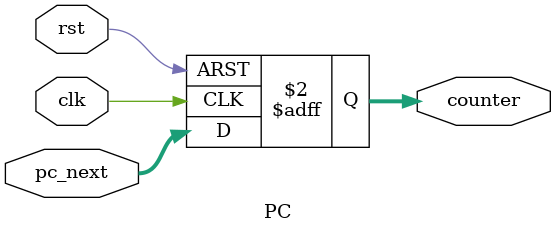
<source format=v>
module PC(input rst,
		  input clk,
		  output reg[31:0] counter,
		  input[31:0] pc_next
		  );

always@(posedge clk or posedge rst)
begin 
	if(rst)
		counter<=0;
	else 
		counter<=pc_next;
end
endmodule
</source>
